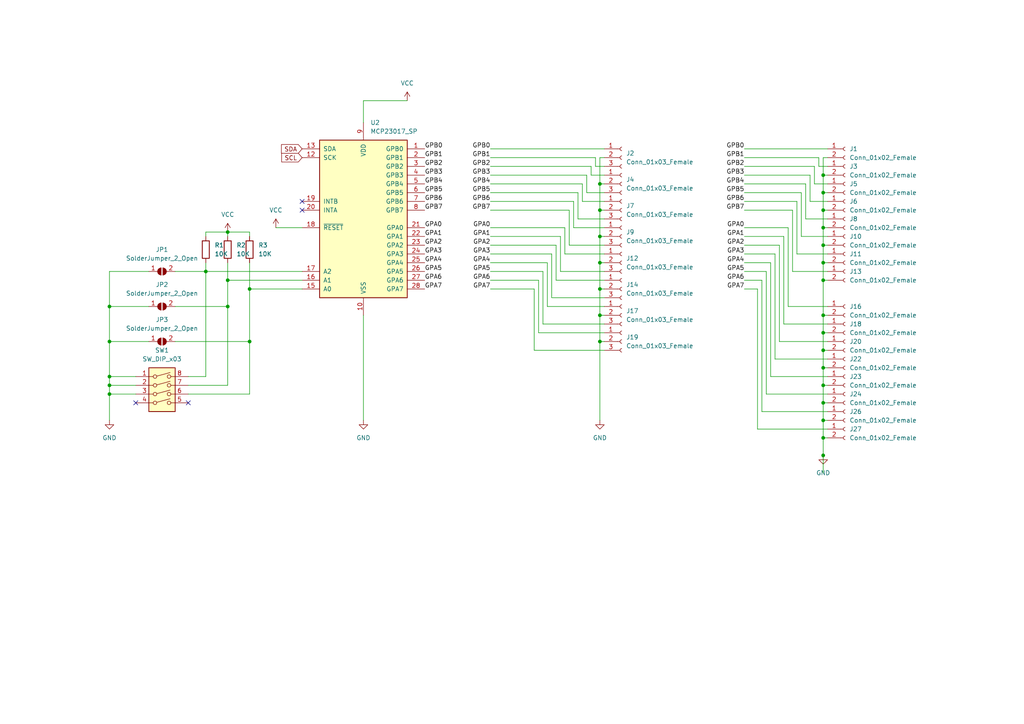
<source format=kicad_sch>
(kicad_sch (version 20211123) (generator eeschema)
  (paper "A4")
  (lib_symbols
    (symbol "Connector:Conn_01x02_Female" (pin_names (offset 1.016) hide)
      (property "Reference" "J" (at 0 2.54 0))
      (property "Value" "Conn_01x02_Female" (at 0 -5.08 0))
      (symbol "Conn_01x02_Female_1_1"
        (arc (start 0 -2.032) (mid -0.508 -2.54) (end 0 -3.048) (stroke (width 0.1524)))
        (polyline (pts (xy -1.27 -2.54) (xy -0.508 -2.54)) (stroke (width 0.1524)))
        (polyline (pts (xy -1.27 0) (xy -0.508 0)) (stroke (width 0.1524)))
        (arc (start 0 0.508) (mid -0.508 0) (end 0 -0.508) (stroke (width 0.1524)))
        (pin passive line (at -5.08 0 0) (length 3.81) (name "Pin_1") (number "1"))
        (pin passive line (at -5.08 -2.54 0) (length 3.81) (name "Pin_2") (number "2"))
      )
    )
    (symbol "Connector:Conn_01x03_Female" (pin_names (offset 1.016) hide)
      (property "Reference" "J" (at 0 5.08 0))
      (property "Value" "Conn_01x03_Female" (at 0 -5.08 0))
      (symbol "Conn_01x03_Female_1_1"
        (arc (start 0 -2.032) (mid -0.508 -2.54) (end 0 -3.048) (stroke (width 0.1524)))
        (polyline (pts (xy -1.27 -2.54) (xy -0.508 -2.54)) (stroke (width 0.1524)))
        (polyline (pts (xy -1.27 0) (xy -0.508 0)) (stroke (width 0.1524)))
        (polyline (pts (xy -1.27 2.54) (xy -0.508 2.54)) (stroke (width 0.1524)))
        (arc (start 0 0.508) (mid -0.508 0) (end 0 -0.508) (stroke (width 0.1524)))
        (arc (start 0 3.048) (mid -0.508 2.54) (end 0 2.032) (stroke (width 0.1524)))
        (pin passive line (at -5.08 2.54 0) (length 3.81) (name "Pin_1") (number "1"))
        (pin passive line (at -5.08 0 0) (length 3.81) (name "Pin_2") (number "2"))
        (pin passive line (at -5.08 -2.54 0) (length 3.81) (name "Pin_3") (number "3"))
      )
    )
    (symbol "Device:R" (pin_numbers hide) (pin_names (offset 0))
      (property "Reference" "R" (at 2.032 0 90))
      (property "Value" "R" (at 0 0 90))
      (symbol "R_0_1"
        (rectangle (start -1.016 -2.54) (end 1.016 2.54) (stroke (width 0.254)))
      )
      (symbol "R_1_1"
        (pin passive line (at 0 3.81 270) (length 1.27) (name "~") (number "1"))
        (pin passive line (at 0 -3.81 90) (length 1.27) (name "~") (number "2"))
      )
    )
    (symbol "Interface_Expansion:MCP23017_SP" (pin_names (offset 1.016))
      (property "Reference" "U" (at -11.43 24.13 0))
      (property "Value" "MCP23017_SP" (at 0 0 0))
      (symbol "MCP23017_SP_0_1"
        (rectangle (start -12.7 22.86) (end 12.7 -22.86) (stroke (width 0.254)) (fill (type background)))
      )
      (symbol "MCP23017_SP_1_1"
        (pin bidirectional line (at 17.78 20.32 180) (length 5.08) (name "GPB0") (number "1"))
        (pin power_in line (at 0 -27.94 90) (length 5.08) (name "VSS") (number "10"))
        (pin no_connect line (at -12.7 15.24 0) (length 5.08) hide (name "NC") (number "11"))
        (pin input line (at -17.78 17.78 0) (length 5.08) (name "SCK") (number "12"))
        (pin bidirectional line (at -17.78 20.32 0) (length 5.08) (name "SDA") (number "13"))
        (pin no_connect line (at -12.7 12.7 0) (length 5.08) hide (name "NC") (number "14"))
        (pin input line (at -17.78 -20.32 0) (length 5.08) (name "A0") (number "15"))
        (pin input line (at -17.78 -17.78 0) (length 5.08) (name "A1") (number "16"))
        (pin input line (at -17.78 -15.24 0) (length 5.08) (name "A2") (number "17"))
        (pin input line (at -17.78 -2.54 0) (length 5.08) (name "~{RESET}") (number "18"))
        (pin tri_state line (at -17.78 5.08 0) (length 5.08) (name "INTB") (number "19"))
        (pin bidirectional line (at 17.78 17.78 180) (length 5.08) (name "GPB1") (number "2"))
        (pin tri_state line (at -17.78 2.54 0) (length 5.08) (name "INTA") (number "20"))
        (pin bidirectional line (at 17.78 -2.54 180) (length 5.08) (name "GPA0") (number "21"))
        (pin bidirectional line (at 17.78 -5.08 180) (length 5.08) (name "GPA1") (number "22"))
        (pin bidirectional line (at 17.78 -7.62 180) (length 5.08) (name "GPA2") (number "23"))
        (pin bidirectional line (at 17.78 -10.16 180) (length 5.08) (name "GPA3") (number "24"))
        (pin bidirectional line (at 17.78 -12.7 180) (length 5.08) (name "GPA4") (number "25"))
        (pin bidirectional line (at 17.78 -15.24 180) (length 5.08) (name "GPA5") (number "26"))
        (pin bidirectional line (at 17.78 -17.78 180) (length 5.08) (name "GPA6") (number "27"))
        (pin bidirectional line (at 17.78 -20.32 180) (length 5.08) (name "GPA7") (number "28"))
        (pin bidirectional line (at 17.78 15.24 180) (length 5.08) (name "GPB2") (number "3"))
        (pin bidirectional line (at 17.78 12.7 180) (length 5.08) (name "GPB3") (number "4"))
        (pin bidirectional line (at 17.78 10.16 180) (length 5.08) (name "GPB4") (number "5"))
        (pin bidirectional line (at 17.78 7.62 180) (length 5.08) (name "GPB5") (number "6"))
        (pin bidirectional line (at 17.78 5.08 180) (length 5.08) (name "GPB6") (number "7"))
        (pin bidirectional line (at 17.78 2.54 180) (length 5.08) (name "GPB7") (number "8"))
        (pin power_in line (at 0 27.94 270) (length 5.08) (name "VDD") (number "9"))
      )
    )
    (symbol "Jumper:SolderJumper_2_Open" (pin_names (offset 0) hide)
      (property "Reference" "JP" (at 0 2.032 0))
      (property "Value" "SolderJumper_2_Open" (at 0 -2.54 0))
      (symbol "SolderJumper_2_Open_0_1"
        (arc (start -0.254 1.016) (mid -1.27 0) (end -0.254 -1.016))
        (arc (start -0.254 1.016) (mid -1.27 0) (end -0.254 -1.016) (fill (type outline)))
        (polyline (pts (xy -0.254 1.016) (xy -0.254 -1.016)))
        (polyline (pts (xy 0.254 1.016) (xy 0.254 -1.016)))
        (arc (start 0.254 -1.016) (mid 1.27 0) (end 0.254 1.016))
        (arc (start 0.254 -1.016) (mid 1.27 0) (end 0.254 1.016) (fill (type outline)))
      )
      (symbol "SolderJumper_2_Open_1_1"
        (pin passive line (at -3.81 0 0) (length 2.54) (name "A") (number "1"))
        (pin passive line (at 3.81 0 180) (length 2.54) (name "B") (number "2"))
      )
    )
    (symbol "Switch:SW_DIP_x04" (pin_names (offset 0) hide)
      (property "Reference" "SW" (at 0 8.89 0))
      (property "Value" "SW_DIP_x04" (at 0 -6.35 0))
      (symbol "SW_DIP_x04_0_0"
        (circle (center -2.032 -2.54) (radius 0.508))
        (circle (center -2.032 0) (radius 0.508))
        (circle (center -2.032 2.54) (radius 0.508))
        (circle (center -2.032 5.08) (radius 0.508))
        (polyline (pts (xy -1.524 -2.3876) (xy 2.3622 -1.3462)))
        (polyline (pts (xy -1.524 0.127) (xy 2.3622 1.1684)))
        (polyline (pts (xy -1.524 2.667) (xy 2.3622 3.7084)))
        (polyline (pts (xy -1.524 5.207) (xy 2.3622 6.2484)))
        (circle (center 2.032 -2.54) (radius 0.508))
        (circle (center 2.032 0) (radius 0.508))
        (circle (center 2.032 2.54) (radius 0.508))
        (circle (center 2.032 5.08) (radius 0.508))
      )
      (symbol "SW_DIP_x04_0_1"
        (rectangle (start -3.81 7.62) (end 3.81 -5.08) (stroke (width 0.254)) (fill (type background)))
      )
      (symbol "SW_DIP_x04_1_1"
        (pin passive line (at -7.62 5.08 0) (length 5.08) (name "~") (number "1"))
        (pin passive line (at -7.62 2.54 0) (length 5.08) (name "~") (number "2"))
        (pin passive line (at -7.62 0 0) (length 5.08) (name "~") (number "3"))
        (pin passive line (at -7.62 -2.54 0) (length 5.08) (name "~") (number "4"))
        (pin passive line (at 7.62 -2.54 180) (length 5.08) (name "~") (number "5"))
        (pin passive line (at 7.62 0 180) (length 5.08) (name "~") (number "6"))
        (pin passive line (at 7.62 2.54 180) (length 5.08) (name "~") (number "7"))
        (pin passive line (at 7.62 5.08 180) (length 5.08) (name "~") (number "8"))
      )
    )
    (symbol "power:GND" (power) (pin_names (offset 0))
      (property "Value" "GND" (at 0 -3.81 0))
      (symbol "GND_0_1"
        (polyline (pts (xy 0 0) (xy 0 -1.27) (xy 1.27 -1.27) (xy 0 -2.54) (xy -1.27 -1.27) (xy 0 -1.27)))
      )
      (symbol "GND_1_1"
        (pin power_in line (at 0 0 270) (length 0) hide (name "GND") (number "1"))
      )
    )
    (symbol "power:VCC" (power) (pin_names (offset 0))
      (property "Value" "VCC" (at 0 3.81 0))
      (symbol "VCC_0_1"
        (polyline (pts (xy -0.762 1.27) (xy 0 2.54)))
        (polyline (pts (xy 0 0) (xy 0 2.54)))
        (polyline (pts (xy 0 2.54) (xy 0.762 1.27)))
      )
      (symbol "VCC_1_1"
        (pin power_in line (at 0 0 90) (length 0) hide (name "VCC") (number "1"))
      )
    )
  )
  (junction (at 238.76 101.6))
  (junction (at 66.04 81.28))
  (junction (at 238.76 60.96))
  (junction (at 31.75 109.22))
  (junction (at 238.76 66.04))
  (junction (at 238.76 111.76))
  (junction (at 31.75 99.06))
  (junction (at 66.04 88.9))
  (junction (at 31.75 114.3))
  (junction (at 66.04 67.31))
  (junction (at 238.76 91.44))
  (junction (at 173.99 60.96))
  (junction (at 31.75 111.76))
  (junction (at 173.99 83.82))
  (junction (at 238.76 116.84))
  (junction (at 72.39 83.82))
  (junction (at 238.76 81.28))
  (junction (at 173.99 68.58))
  (junction (at 238.76 96.52))
  (junction (at 59.69 78.74))
  (junction (at 238.76 106.68))
  (junction (at 238.76 50.8))
  (junction (at 173.99 76.2))
  (junction (at 238.76 76.2))
  (junction (at 173.99 53.34))
  (junction (at 173.99 99.06))
  (junction (at 238.76 71.12))
  (junction (at 238.76 132.08))
  (junction (at 31.75 88.9))
  (junction (at 238.76 127))
  (junction (at 238.76 55.88))
  (junction (at 238.76 121.92))
  (junction (at 173.99 91.44))
  (junction (at 72.39 99.06))
  (no_connect (at 39.37 116.84))
  (no_connect (at 54.61 116.84))
  (no_connect (at 87.63 58.42))
  (no_connect (at 87.63 60.96))
  (wire (pts (xy 173.99 99.06) (xy 173.99 121.92)))
  (wire (pts (xy 238.76 66.04) (xy 238.76 60.96)))
  (wire (pts (xy 162.56 78.74) (xy 162.56 68.58)))
  (wire (pts (xy 223.52 76.2) (xy 215.9 76.2)))
  (wire (pts (xy 66.04 88.9) (xy 50.8 88.9)))
  (wire (pts (xy 219.71 83.82) (xy 219.71 124.46)))
  (wire (pts (xy 224.79 73.66) (xy 215.9 73.66)))
  (wire (pts (xy 31.75 109.22) (xy 31.75 99.06)))
  (wire (pts (xy 59.69 67.31) (xy 59.69 68.58)))
  (wire (pts (xy 238.76 55.88) (xy 238.76 60.96)))
  (wire (pts (xy 66.04 67.31) (xy 59.69 67.31)))
  (wire (pts (xy 240.03 76.2) (xy 238.76 76.2)))
  (wire (pts (xy 240.03 50.8) (xy 238.76 50.8)))
  (wire (pts (xy 105.41 91.44) (xy 105.41 121.92)))
  (wire (pts (xy 161.29 81.28) (xy 175.26 81.28)))
  (wire (pts (xy 142.24 68.58) (xy 162.56 68.58)))
  (wire (pts (xy 173.99 83.82) (xy 173.99 76.2)))
  (wire (pts (xy 175.26 91.44) (xy 173.99 91.44)))
  (wire (pts (xy 142.24 76.2) (xy 158.75 76.2)))
  (wire (pts (xy 72.39 99.06) (xy 50.8 99.06)))
  (wire (pts (xy 142.24 71.12) (xy 161.29 71.12)))
  (wire (pts (xy 173.99 53.34) (xy 173.99 45.72)))
  (wire (pts (xy 157.48 93.98) (xy 175.26 93.98)))
  (wire (pts (xy 66.04 76.2) (xy 66.04 81.28)))
  (wire (pts (xy 240.03 104.14) (xy 224.79 104.14)))
  (wire (pts (xy 232.41 68.58) (xy 240.03 68.58)))
  (wire (pts (xy 229.87 78.74) (xy 240.03 78.74)))
  (wire (pts (xy 166.37 66.04) (xy 166.37 58.42)))
  (wire (pts (xy 215.9 66.04) (xy 228.6 66.04)))
  (wire (pts (xy 240.03 99.06) (xy 226.06 99.06)))
  (wire (pts (xy 233.68 63.5) (xy 233.68 53.34)))
  (wire (pts (xy 238.76 45.72) (xy 238.76 50.8)))
  (wire (pts (xy 236.22 53.34) (xy 236.22 48.26)))
  (wire (pts (xy 238.76 50.8) (xy 238.76 55.88)))
  (wire (pts (xy 72.39 99.06) (xy 72.39 114.3)))
  (wire (pts (xy 238.76 66.04) (xy 238.76 71.12)))
  (wire (pts (xy 227.33 93.98) (xy 240.03 93.98)))
  (wire (pts (xy 167.64 63.5) (xy 175.26 63.5)))
  (wire (pts (xy 233.68 53.34) (xy 215.9 53.34)))
  (wire (pts (xy 215.9 60.96) (xy 229.87 60.96)))
  (wire (pts (xy 240.03 63.5) (xy 233.68 63.5)))
  (wire (pts (xy 240.03 119.38) (xy 220.98 119.38)))
  (wire (pts (xy 236.22 48.26) (xy 215.9 48.26)))
  (wire (pts (xy 54.61 109.22) (xy 59.69 109.22)))
  (wire (pts (xy 66.04 81.28) (xy 66.04 88.9)))
  (wire (pts (xy 142.24 81.28) (xy 156.21 81.28)))
  (wire (pts (xy 142.24 53.34) (xy 168.91 53.34)))
  (wire (pts (xy 238.76 91.44) (xy 238.76 96.52)))
  (wire (pts (xy 238.76 45.72) (xy 240.03 45.72)))
  (wire (pts (xy 105.41 29.21) (xy 105.41 35.56)))
  (wire (pts (xy 31.75 99.06) (xy 43.18 99.06)))
  (wire (pts (xy 240.03 71.12) (xy 238.76 71.12)))
  (wire (pts (xy 240.03 53.34) (xy 236.22 53.34)))
  (wire (pts (xy 171.45 50.8) (xy 171.45 48.26)))
  (wire (pts (xy 175.26 50.8) (xy 171.45 50.8)))
  (wire (pts (xy 142.24 45.72) (xy 172.72 45.72)))
  (wire (pts (xy 215.9 78.74) (xy 222.25 78.74)))
  (wire (pts (xy 168.91 58.42) (xy 168.91 53.34)))
  (wire (pts (xy 175.26 78.74) (xy 162.56 78.74)))
  (wire (pts (xy 142.24 55.88) (xy 167.64 55.88)))
  (wire (pts (xy 31.75 78.74) (xy 31.75 88.9)))
  (wire (pts (xy 240.03 121.92) (xy 238.76 121.92)))
  (wire (pts (xy 154.94 101.6) (xy 175.26 101.6)))
  (wire (pts (xy 240.03 124.46) (xy 219.71 124.46)))
  (wire (pts (xy 142.24 83.82) (xy 154.94 83.82)))
  (wire (pts (xy 31.75 88.9) (xy 31.75 99.06)))
  (wire (pts (xy 163.83 66.04) (xy 163.83 73.66)))
  (wire (pts (xy 59.69 109.22) (xy 59.69 78.74)))
  (wire (pts (xy 157.48 78.74) (xy 157.48 93.98)))
  (wire (pts (xy 215.9 50.8) (xy 234.95 50.8)))
  (wire (pts (xy 228.6 66.04) (xy 228.6 88.9)))
  (wire (pts (xy 72.39 83.82) (xy 87.63 83.82)))
  (wire (pts (xy 220.98 81.28) (xy 220.98 119.38)))
  (wire (pts (xy 240.03 96.52) (xy 238.76 96.52)))
  (wire (pts (xy 156.21 96.52) (xy 156.21 81.28)))
  (wire (pts (xy 215.9 45.72) (xy 237.49 45.72)))
  (wire (pts (xy 238.76 106.68) (xy 238.76 111.76)))
  (wire (pts (xy 234.95 58.42) (xy 240.03 58.42)))
  (wire (pts (xy 223.52 76.2) (xy 223.52 109.22)))
  (wire (pts (xy 175.26 76.2) (xy 173.99 76.2)))
  (wire (pts (xy 66.04 81.28) (xy 87.63 81.28)))
  (wire (pts (xy 175.26 60.96) (xy 173.99 60.96)))
  (wire (pts (xy 173.99 68.58) (xy 173.99 60.96)))
  (wire (pts (xy 240.03 106.68) (xy 238.76 106.68)))
  (wire (pts (xy 161.29 71.12) (xy 161.29 81.28)))
  (wire (pts (xy 227.33 68.58) (xy 227.33 93.98)))
  (wire (pts (xy 175.26 88.9) (xy 158.75 88.9)))
  (wire (pts (xy 87.63 66.04) (xy 80.01 66.04)))
  (wire (pts (xy 238.76 127) (xy 238.76 132.08)))
  (wire (pts (xy 240.03 55.88) (xy 238.76 55.88)))
  (wire (pts (xy 215.9 71.12) (xy 226.06 71.12)))
  (wire (pts (xy 173.99 91.44) (xy 173.99 83.82)))
  (wire (pts (xy 173.99 99.06) (xy 173.99 91.44)))
  (wire (pts (xy 238.76 60.96) (xy 240.03 60.96)))
  (wire (pts (xy 118.11 29.21) (xy 105.41 29.21)))
  (wire (pts (xy 234.95 50.8) (xy 234.95 58.42)))
  (wire (pts (xy 224.79 104.14) (xy 224.79 73.66)))
  (wire (pts (xy 238.76 81.28) (xy 238.76 91.44)))
  (wire (pts (xy 240.03 91.44) (xy 238.76 91.44)))
  (wire (pts (xy 39.37 111.76) (xy 31.75 111.76)))
  (wire (pts (xy 66.04 88.9) (xy 66.04 111.76)))
  (wire (pts (xy 170.18 50.8) (xy 170.18 55.88)))
  (wire (pts (xy 72.39 83.82) (xy 72.39 76.2)))
  (wire (pts (xy 227.33 68.58) (xy 215.9 68.58)))
  (wire (pts (xy 39.37 114.3) (xy 31.75 114.3)))
  (wire (pts (xy 240.03 101.6) (xy 238.76 101.6)))
  (wire (pts (xy 231.14 58.42) (xy 215.9 58.42)))
  (wire (pts (xy 238.76 137.16) (xy 238.76 132.08)))
  (wire (pts (xy 173.99 45.72) (xy 175.26 45.72)))
  (wire (pts (xy 72.39 114.3) (xy 54.61 114.3)))
  (wire (pts (xy 72.39 67.31) (xy 72.39 68.58)))
  (wire (pts (xy 238.76 76.2) (xy 238.76 81.28)))
  (wire (pts (xy 231.14 58.42) (xy 231.14 73.66)))
  (wire (pts (xy 173.99 76.2) (xy 173.99 68.58)))
  (wire (pts (xy 240.03 116.84) (xy 238.76 116.84)))
  (wire (pts (xy 240.03 73.66) (xy 231.14 73.66)))
  (wire (pts (xy 170.18 55.88) (xy 175.26 55.88)))
  (wire (pts (xy 163.83 73.66) (xy 175.26 73.66)))
  (wire (pts (xy 175.26 66.04) (xy 166.37 66.04)))
  (wire (pts (xy 154.94 83.82) (xy 154.94 101.6)))
  (wire (pts (xy 142.24 60.96) (xy 165.1 60.96)))
  (wire (pts (xy 165.1 71.12) (xy 175.26 71.12)))
  (wire (pts (xy 222.25 78.74) (xy 222.25 114.3)))
  (wire (pts (xy 175.26 53.34) (xy 173.99 53.34)))
  (wire (pts (xy 142.24 66.04) (xy 163.83 66.04)))
  (wire (pts (xy 215.9 83.82) (xy 219.71 83.82)))
  (wire (pts (xy 175.26 96.52) (xy 156.21 96.52)))
  (wire (pts (xy 142.24 48.26) (xy 171.45 48.26)))
  (wire (pts (xy 173.99 60.96) (xy 173.99 53.34)))
  (wire (pts (xy 142.24 78.74) (xy 157.48 78.74)))
  (wire (pts (xy 142.24 43.18) (xy 175.26 43.18)))
  (wire (pts (xy 142.24 50.8) (xy 170.18 50.8)))
  (wire (pts (xy 237.49 45.72) (xy 237.49 48.26)))
  (wire (pts (xy 31.75 121.92) (xy 31.75 114.3)))
  (wire (pts (xy 59.69 78.74) (xy 87.63 78.74)))
  (wire (pts (xy 240.03 66.04) (xy 238.76 66.04)))
  (wire (pts (xy 228.6 88.9) (xy 240.03 88.9)))
  (wire (pts (xy 59.69 78.74) (xy 50.8 78.74)))
  (wire (pts (xy 160.02 86.36) (xy 160.02 73.66)))
  (wire (pts (xy 175.26 58.42) (xy 168.91 58.42)))
  (wire (pts (xy 238.76 121.92) (xy 238.76 127)))
  (wire (pts (xy 238.76 101.6) (xy 238.76 106.68)))
  (wire (pts (xy 238.76 116.84) (xy 238.76 121.92)))
  (wire (pts (xy 240.03 109.22) (xy 223.52 109.22)))
  (wire (pts (xy 72.39 83.82) (xy 72.39 99.06)))
  (wire (pts (xy 240.03 127) (xy 238.76 127)))
  (wire (pts (xy 240.03 81.28) (xy 238.76 81.28)))
  (wire (pts (xy 142.24 58.42) (xy 166.37 58.42)))
  (wire (pts (xy 215.9 43.18) (xy 240.03 43.18)))
  (wire (pts (xy 59.69 76.2) (xy 59.69 78.74)))
  (wire (pts (xy 226.06 71.12) (xy 226.06 99.06)))
  (wire (pts (xy 66.04 68.58) (xy 66.04 67.31)))
  (wire (pts (xy 66.04 67.31) (xy 72.39 67.31)))
  (wire (pts (xy 172.72 45.72) (xy 172.72 48.26)))
  (wire (pts (xy 220.98 81.28) (xy 215.9 81.28)))
  (wire (pts (xy 175.26 83.82) (xy 173.99 83.82)))
  (wire (pts (xy 31.75 111.76) (xy 31.75 109.22)))
  (wire (pts (xy 66.04 111.76) (xy 54.61 111.76)))
  (wire (pts (xy 167.64 55.88) (xy 167.64 63.5)))
  (wire (pts (xy 215.9 55.88) (xy 232.41 55.88)))
  (wire (pts (xy 229.87 60.96) (xy 229.87 78.74)))
  (wire (pts (xy 240.03 114.3) (xy 222.25 114.3)))
  (wire (pts (xy 238.76 111.76) (xy 238.76 116.84)))
  (wire (pts (xy 165.1 60.96) (xy 165.1 71.12)))
  (wire (pts (xy 39.37 109.22) (xy 31.75 109.22)))
  (wire (pts (xy 158.75 88.9) (xy 158.75 76.2)))
  (wire (pts (xy 142.24 73.66) (xy 160.02 73.66)))
  (wire (pts (xy 43.18 88.9) (xy 31.75 88.9)))
  (wire (pts (xy 237.49 48.26) (xy 240.03 48.26)))
  (wire (pts (xy 175.26 99.06) (xy 173.99 99.06)))
  (wire (pts (xy 240.03 111.76) (xy 238.76 111.76)))
  (wire (pts (xy 31.75 114.3) (xy 31.75 111.76)))
  (wire (pts (xy 238.76 96.52) (xy 238.76 101.6)))
  (wire (pts (xy 175.26 68.58) (xy 173.99 68.58)))
  (wire (pts (xy 175.26 86.36) (xy 160.02 86.36)))
  (wire (pts (xy 172.72 48.26) (xy 175.26 48.26)))
  (wire (pts (xy 43.18 78.74) (xy 31.75 78.74)))
  (wire (pts (xy 232.41 55.88) (xy 232.41 68.58)))
  (wire (pts (xy 238.76 71.12) (xy 238.76 76.2)))
  (label "GPB2" (at 123.19 48.26 0))
  (label "GPB0" (at 123.19 43.18 0))
  (label "GPA1" (at 123.19 68.58 0))
  (label "GPA6" (at 215.9 81.28 180))
  (label "GPA0" (at 142.24 66.04 180))
  (label "GPA3" (at 142.24 73.66 180))
  (label "GPB1" (at 142.24 45.72 180))
  (label "GPB7" (at 142.24 60.96 180))
  (label "GPA2" (at 142.24 71.12 180))
  (label "GPB5" (at 215.9 55.88 180))
  (label "GPB5" (at 142.24 55.88 180))
  (label "GPB2" (at 215.9 48.26 180))
  (label "GPB6" (at 215.9 58.42 180))
  (label "GPA6" (at 123.19 81.28 0))
  (label "GPB4" (at 142.24 53.34 180))
  (label "GPB6" (at 142.24 58.42 180))
  (label "GPA6" (at 142.24 81.28 180))
  (label "GPB5" (at 123.19 55.88 0))
  (label "GPB3" (at 142.24 50.8 180))
  (label "GPB6" (at 123.19 58.42 0))
  (label "GPB7" (at 123.19 60.96 0))
  (label "GPA5" (at 215.9 78.74 180))
  (label "GPA1" (at 142.24 68.58 180))
  (label "GPA0" (at 123.19 66.04 0))
  (label "GPA1" (at 215.9 68.58 180))
  (label "GPA3" (at 215.9 73.66 180))
  (label "GPB7" (at 215.9 60.96 180))
  (label "GPA4" (at 123.19 76.2 0))
  (label "GPA4" (at 142.24 76.2 180))
  (label "GPB3" (at 123.19 50.8 0))
  (label "GPB1" (at 123.19 45.72 0))
  (label "GPB0" (at 142.24 43.18 180))
  (label "GPA7" (at 123.19 83.82 0))
  (label "GPA5" (at 142.24 78.74 180))
  (label "GPA2" (at 123.19 71.12 0))
  (label "GPA0" (at 215.9 66.04 180))
  (label "GPB1" (at 215.9 45.72 180))
  (label "GPA3" (at 123.19 73.66 0))
  (label "GPA5" (at 123.19 78.74 0))
  (label "GPA7" (at 142.24 83.82 180))
  (label "GPA2" (at 215.9 71.12 180))
  (label "GPA7" (at 215.9 83.82 180))
  (label "GPB3" (at 215.9 50.8 180))
  (label "GPB4" (at 215.9 53.34 180))
  (label "GPB2" (at 142.24 48.26 180))
  (label "GPA4" (at 215.9 76.2 180))
  (label "GPB4" (at 123.19 53.34 0))
  (label "GPB0" (at 215.9 43.18 180))
  (global_label "SCL" (shape input) (at 87.63 45.72 180) (property "Intersheet References" "${INTERSHEET_REFS}" (effects hide)))
  (global_label "SDA" (shape input) (at 87.63 43.18 180) (property "Intersheet References" "${INTERSHEET_REFS}" (effects hide)))
  (symbol (lib_id "power:VCC") (at 118.11 29.21 0) (unit 1)
    (property "Reference" "#PWR0124" (effects hide))
    (property "Value" "VCC" (at 118.11 24.13 0))
  )
  (symbol (lib_id "Connector:Conn_01x02_Female") (at 245.11 68.58 0) (unit 1)
    (property "Reference" "J10" (at 246.38 68.5799 0) (effects (justify left)))
    (property "Value" "Conn_01x02_Female" (at 246.38 71.1199 0) (effects (justify left)))
    (property "Footprint" "Connector_JST:JST_PH_B2B-PH-K_1x02_P2.00mm_Vertical" (effects hide))
  )
  (symbol (lib_id "power:GND") (at 238.76 132.08 0) (unit 1)
    (property "Reference" "#PWR0102" (effects hide))
    (property "Value" "GND" (at 238.76 137.16 0))
  )
  (symbol (lib_id "Connector:Conn_01x03_Female") (at 180.34 99.06 0) (unit 1)
    (property "Reference" "J19" (at 181.61 97.7899 0) (effects (justify left)))
    (property "Value" "Conn_01x03_Female" (at 181.61 100.3299 0) (effects (justify left)))
    (property "Footprint" "Connector_JST:JST_XH_B3B-XH-A_1x03_P2.50mm_Vertical" (effects hide))
  )
  (symbol (lib_id "power:GND") (at 31.75 121.92 0) (unit 1)
    (property "Reference" "#PWR0115" (effects hide))
    (property "Value" "GND" (at 31.75 127 0))
  )
  (symbol (lib_id "power:VCC") (at 80.01 66.04 0) (unit 1)
    (property "Reference" "#PWR0103" (effects hide))
    (property "Value" "VCC" (at 80.01 60.96 0))
  )
  (symbol (lib_id "Device:R") (at 72.39 72.39 180) (unit 1)
    (property "Reference" "R3" (at 74.93 71.1199 0) (effects (justify right)))
    (property "Value" "10K" (at 74.93 73.6599 0) (effects (justify right)))
    (property "Footprint" "Keebio-Parts:Resistor" (effects hide))
  )
  (symbol (lib_id "Connector:Conn_01x02_Female") (at 245.11 119.38 0) (unit 1)
    (property "Reference" "J26" (at 246.38 119.3799 0) (effects (justify left)))
    (property "Value" "Conn_01x02_Female" (at 246.38 121.9199 0) (effects (justify left)))
    (property "Footprint" "Connector_JST:JST_PH_B2B-PH-K_1x02_P2.00mm_Vertical" (effects hide))
  )
  (symbol (lib_id "Device:R") (at 59.69 72.39 180) (unit 1)
    (property "Reference" "R1" (at 62.23 71.1199 0) (effects (justify right)))
    (property "Value" "10K" (at 62.23 73.6599 0) (effects (justify right)))
    (property "Footprint" "Keebio-Parts:Resistor" (effects hide))
  )
  (symbol (lib_id "Connector:Conn_01x02_Female") (at 245.11 53.34 0) (unit 1)
    (property "Reference" "J5" (at 246.38 53.3399 0) (effects (justify left)))
    (property "Value" "Conn_01x02_Female" (at 246.38 55.8799 0) (effects (justify left)))
    (property "Footprint" "Connector_JST:JST_PH_B2B-PH-K_1x02_P2.00mm_Vertical" (effects hide))
  )
  (symbol (lib_id "Connector:Conn_01x02_Female") (at 245.11 63.5 0) (unit 1)
    (property "Reference" "J8" (at 246.38 63.4999 0) (effects (justify left)))
    (property "Value" "Conn_01x02_Female" (at 246.38 66.0399 0) (effects (justify left)))
    (property "Footprint" "Connector_JST:JST_PH_B2B-PH-K_1x02_P2.00mm_Vertical" (effects hide))
  )
  (symbol (lib_id "Interface_Expansion:MCP23017_SP") (at 105.41 63.5 0) (unit 1)
    (property "Reference" "U2" (at 107.4294 35.56 0) (effects (justify left)))
    (property "Value" "MCP23017_SP" (at 107.4294 38.1 0) (effects (justify left)))
    (property "Footprint" "Package_DIP:DIP-28_W7.62mm" (effects hide))
    (property "Datasheet" "http://ww1.microchip.com/downloads/en/DeviceDoc/20001952C.pdf" (effects hide))
  )
  (symbol (lib_id "Jumper:SolderJumper_2_Open") (at 46.99 88.9 0) (unit 1)
    (property "Reference" "JP2" (at 46.99 82.55 0))
    (property "Value" "SolderJumper_2_Open" (at 46.99 85.09 0))
    (property "Footprint" "Jumper:SolderJumper-2_P1.3mm_Open_TrianglePad1.0x1.5mm" (effects hide))
  )
  (symbol (lib_id "power:GND") (at 105.41 121.92 0) (unit 1)
    (property "Reference" "#PWR0105" (effects hide))
    (property "Value" "GND" (at 105.41 127 0))
  )
  (symbol (lib_id "Connector:Conn_01x02_Female") (at 245.11 109.22 0) (unit 1)
    (property "Reference" "J23" (at 246.38 109.2199 0) (effects (justify left)))
    (property "Value" "Conn_01x02_Female" (at 246.38 111.7599 0) (effects (justify left)))
    (property "Footprint" "Connector_JST:JST_PH_B2B-PH-K_1x02_P2.00mm_Vertical" (effects hide))
  )
  (symbol (lib_id "Jumper:SolderJumper_2_Open") (at 46.99 78.74 0) (unit 1)
    (property "Reference" "JP1" (at 46.99 72.39 0))
    (property "Value" "SolderJumper_2_Open" (at 46.99 74.93 0))
    (property "Footprint" "Jumper:SolderJumper-2_P1.3mm_Open_TrianglePad1.0x1.5mm" (effects hide))
  )
  (symbol (lib_id "Connector:Conn_01x02_Female") (at 245.11 114.3 0) (unit 1)
    (property "Reference" "J24" (at 246.38 114.2999 0) (effects (justify left)))
    (property "Value" "Conn_01x02_Female" (at 246.38 116.8399 0) (effects (justify left)))
    (property "Footprint" "Connector_JST:JST_PH_B2B-PH-K_1x02_P2.00mm_Vertical" (effects hide))
  )
  (symbol (lib_id "Connector:Conn_01x02_Female") (at 245.11 104.14 0) (unit 1)
    (property "Reference" "J22" (at 246.38 104.1399 0) (effects (justify left)))
    (property "Value" "Conn_01x02_Female" (at 246.38 106.6799 0) (effects (justify left)))
    (property "Footprint" "Connector_JST:JST_PH_B2B-PH-K_1x02_P2.00mm_Vertical" (effects hide))
  )
  (symbol (lib_id "Connector:Conn_01x02_Female") (at 245.11 124.46 0) (unit 1)
    (property "Reference" "J27" (at 246.38 124.4599 0) (effects (justify left)))
    (property "Value" "Conn_01x02_Female" (at 246.38 126.9999 0) (effects (justify left)))
    (property "Footprint" "Connector_JST:JST_PH_B2B-PH-K_1x02_P2.00mm_Vertical" (effects hide))
  )
  (symbol (lib_id "Connector:Conn_01x02_Female") (at 245.11 58.42 0) (unit 1)
    (property "Reference" "J6" (at 246.38 58.4199 0) (effects (justify left)))
    (property "Value" "Conn_01x02_Female" (at 246.38 60.9599 0) (effects (justify left)))
    (property "Footprint" "Connector_JST:JST_PH_B2B-PH-K_1x02_P2.00mm_Vertical" (effects hide))
  )
  (symbol (lib_id "Device:R") (at 66.04 72.39 180) (unit 1)
    (property "Reference" "R2" (at 68.58 71.1199 0) (effects (justify right)))
    (property "Value" "10K" (at 68.58 73.6599 0) (effects (justify right)))
    (property "Footprint" "Keebio-Parts:Resistor" (effects hide))
  )
  (symbol (lib_id "power:GND") (at 173.99 121.92 0) (unit 1)
    (property "Reference" "#PWR0101" (effects hide))
    (property "Value" "GND" (at 173.99 127 0))
  )
  (symbol (lib_id "power:VCC") (at 66.04 67.31 0) (unit 1)
    (property "Reference" "#PWR0104" (effects hide))
    (property "Value" "VCC" (at 66.04 62.23 0))
  )
  (symbol (lib_id "Connector:Conn_01x02_Female") (at 245.11 48.26 0) (unit 1)
    (property "Reference" "J3" (at 246.38 48.2599 0) (effects (justify left)))
    (property "Value" "Conn_01x02_Female" (at 246.38 50.7999 0) (effects (justify left)))
    (property "Footprint" "Connector_JST:JST_PH_B2B-PH-K_1x02_P2.00mm_Vertical" (effects hide))
  )
  (symbol (lib_id "Connector:Conn_01x03_Female") (at 180.34 76.2 0) (unit 1)
    (property "Reference" "J12" (at 181.61 74.9299 0) (effects (justify left)))
    (property "Value" "Conn_01x03_Female" (at 181.61 77.4699 0) (effects (justify left)))
    (property "Footprint" "Connector_JST:JST_XH_B3B-XH-A_1x03_P2.50mm_Vertical" (effects hide))
  )
  (symbol (lib_id "Connector:Conn_01x03_Female") (at 180.34 60.96 0) (unit 1)
    (property "Reference" "J7" (at 181.61 59.6899 0) (effects (justify left)))
    (property "Value" "Conn_01x03_Female" (at 181.61 62.2299 0) (effects (justify left)))
    (property "Footprint" "Connector_JST:JST_XH_B3B-XH-A_1x03_P2.50mm_Vertical" (effects hide))
  )
  (symbol (lib_id "Connector:Conn_01x02_Female") (at 245.11 88.9 0) (unit 1)
    (property "Reference" "J16" (at 246.38 88.8999 0) (effects (justify left)))
    (property "Value" "Conn_01x02_Female" (at 246.38 91.4399 0) (effects (justify left)))
    (property "Footprint" "Connector_JST:JST_PH_B2B-PH-K_1x02_P2.00mm_Vertical" (effects hide))
  )
  (symbol (lib_id "Connector:Conn_01x02_Female") (at 245.11 99.06 0) (unit 1)
    (property "Reference" "J20" (at 246.38 99.0599 0) (effects (justify left)))
    (property "Value" "Conn_01x02_Female" (at 246.38 101.5999 0) (effects (justify left)))
    (property "Footprint" "Connector_JST:JST_PH_B2B-PH-K_1x02_P2.00mm_Vertical" (effects hide))
  )
  (symbol (lib_id "Switch:SW_DIP_x04") (at 46.99 114.3 0) (unit 1)
    (property "Reference" "SW1" (at 46.99 101.6 0))
    (property "Value" "SW_DIP_x03" (at 46.99 104.14 0))
    (property "Footprint" "Button_Switch_THT:SW_DIP_SPSTx04_Slide_9.78x12.34mm_W7.62mm_P2.54mm" (effects hide))
  )
  (symbol (lib_id "Connector:Conn_01x02_Female") (at 245.11 78.74 0) (unit 1)
    (property "Reference" "J13" (at 246.38 78.7399 0) (effects (justify left)))
    (property "Value" "Conn_01x02_Female" (at 246.38 81.2799 0) (effects (justify left)))
    (property "Footprint" "Connector_JST:JST_PH_B2B-PH-K_1x02_P2.00mm_Vertical" (effects hide))
  )
  (symbol (lib_id "Jumper:SolderJumper_2_Open") (at 46.99 99.06 0) (unit 1)
    (property "Reference" "JP3" (at 46.99 92.71 0))
    (property "Value" "SolderJumper_2_Open" (at 46.99 95.25 0))
    (property "Footprint" "Jumper:SolderJumper-2_P1.3mm_Open_TrianglePad1.0x1.5mm" (effects hide))
  )
  (symbol (lib_id "Connector:Conn_01x02_Female") (at 245.11 43.18 0) (unit 1)
    (property "Reference" "J1" (at 246.38 43.1799 0) (effects (justify left)))
    (property "Value" "Conn_01x02_Female" (at 246.38 45.7199 0) (effects (justify left)))
    (property "Footprint" "Connector_JST:JST_PH_B2B-PH-K_1x02_P2.00mm_Vertical" (effects hide))
  )
  (symbol (lib_id "Connector:Conn_01x03_Female") (at 180.34 53.34 0) (unit 1)
    (property "Reference" "J4" (at 181.61 52.0699 0) (effects (justify left)))
    (property "Value" "Conn_01x03_Female" (at 181.61 54.6099 0) (effects (justify left)))
    (property "Footprint" "Connector_JST:JST_XH_B3B-XH-A_1x03_P2.50mm_Vertical" (effects hide))
  )
  (symbol (lib_id "Connector:Conn_01x03_Female") (at 180.34 45.72 0) (unit 1)
    (property "Reference" "J2" (at 181.61 44.4499 0) (effects (justify left)))
    (property "Value" "Conn_01x03_Female" (at 181.61 46.9899 0) (effects (justify left)))
    (property "Footprint" "Connector_JST:JST_XH_B3B-XH-A_1x03_P2.50mm_Vertical" (effects hide))
  )
  (symbol (lib_id "Connector:Conn_01x03_Female") (at 180.34 91.44 0) (unit 1)
    (property "Reference" "J17" (at 181.61 90.1699 0) (effects (justify left)))
    (property "Value" "Conn_01x03_Female" (at 181.61 92.7099 0) (effects (justify left)))
    (property "Footprint" "Connector_JST:JST_XH_B3B-XH-A_1x03_P2.50mm_Vertical" (effects hide))
  )
  (symbol (lib_id "Connector:Conn_01x02_Female") (at 245.11 73.66 0) (unit 1)
    (property "Reference" "J11" (at 246.38 73.6599 0) (effects (justify left)))
    (property "Value" "Conn_01x02_Female" (at 246.38 76.1999 0) (effects (justify left)))
    (property "Footprint" "Connector_JST:JST_PH_B2B-PH-K_1x02_P2.00mm_Vertical" (effects hide))
  )
  (symbol (lib_id "Connector:Conn_01x02_Female") (at 245.11 93.98 0) (unit 1)
    (property "Reference" "J18" (at 246.38 93.9799 0) (effects (justify left)))
    (property "Value" "Conn_01x02_Female" (at 246.38 96.5199 0) (effects (justify left)))
    (property "Footprint" "Connector_JST:JST_PH_B2B-PH-K_1x02_P2.00mm_Vertical" (effects hide))
  )
  (symbol (lib_id "Connector:Conn_01x03_Female") (at 180.34 68.58 0) (unit 1)
    (property "Reference" "J9" (at 181.61 67.3099 0) (effects (justify left)))
    (property "Value" "Conn_01x03_Female" (at 181.61 69.8499 0) (effects (justify left)))
    (property "Footprint" "Connector_JST:JST_XH_B3B-XH-A_1x03_P2.50mm_Vertical" (effects hide))
  )
  (symbol (lib_id "Connector:Conn_01x03_Female") (at 180.34 83.82 0) (unit 1)
    (property "Reference" "J14" (at 181.61 82.5499 0) (effects (justify left)))
    (property "Value" "Conn_01x03_Female" (at 181.61 85.0899 0) (effects (justify left)))
    (property "Footprint" "Connector_JST:JST_XH_B3B-XH-A_1x03_P2.50mm_Vertical" (effects hide))
  )
)
</source>
